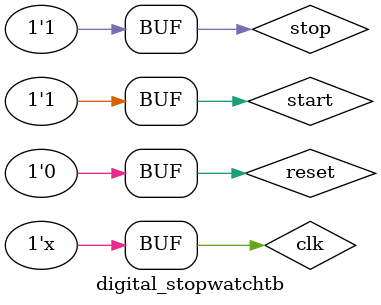
<source format=v>
`timescale 1ns / 1ps
module digital_stopwatchtb;
    reg start, stop,reset,clk;
    wire [9:0] milisec;
    wire [5:0] sec, min;
    digital_stopwatch uut(.start(start), .stop(stop), .reset(reset), .clk(clk),. milisec(milisec),.sec(sec), .min(min));
    always #500000 clk=~clk;
    initial begin
        clk=0;
        reset=1;
        start=0;
        stop=0; 
        #250000 reset=0;
        start=1;
        #1000000000 stop=1; start=0;
        #1000000000
        #1000000000
        #1000000000
        #1000000000
        #1000000000
        #1000000000
        #1000000000
        stop=0;
        #1000000000
        start=1;
        #1000000000
        #1000000000
        #1000000000
        #1000000000
        #1000000000
        #1000000000
        #1000000000
        stop=1;
        end       
endmodule

</source>
